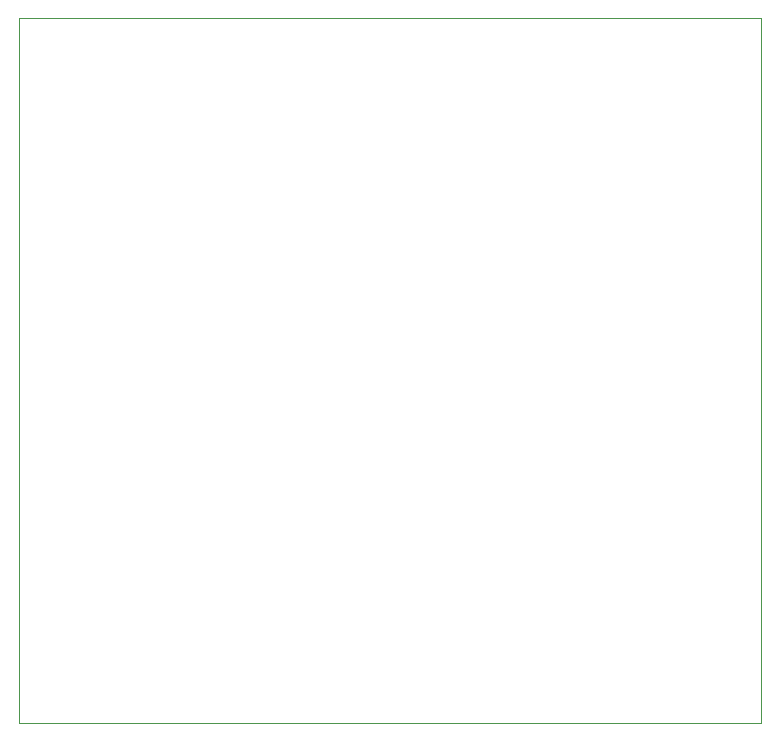
<source format=gbr>
%TF.GenerationSoftware,KiCad,Pcbnew,(5.1.9)-1*%
%TF.CreationDate,2021-01-13T23:08:58-08:00*%
%TF.ProjectId,lab-1,6c61622d-312e-46b6-9963-61645f706362,rev?*%
%TF.SameCoordinates,Original*%
%TF.FileFunction,Profile,NP*%
%FSLAX46Y46*%
G04 Gerber Fmt 4.6, Leading zero omitted, Abs format (unit mm)*
G04 Created by KiCad (PCBNEW (5.1.9)-1) date 2021-01-13 23:08:58*
%MOMM*%
%LPD*%
G01*
G04 APERTURE LIST*
%TA.AperFunction,Profile*%
%ADD10C,0.050000*%
%TD*%
G04 APERTURE END LIST*
D10*
X74930000Y-133350000D02*
X137795000Y-133350000D01*
X74930000Y-73660000D02*
X74930000Y-133350000D01*
X137795000Y-73660000D02*
X74930000Y-73660000D01*
X137795000Y-133350000D02*
X137795000Y-73660000D01*
M02*

</source>
